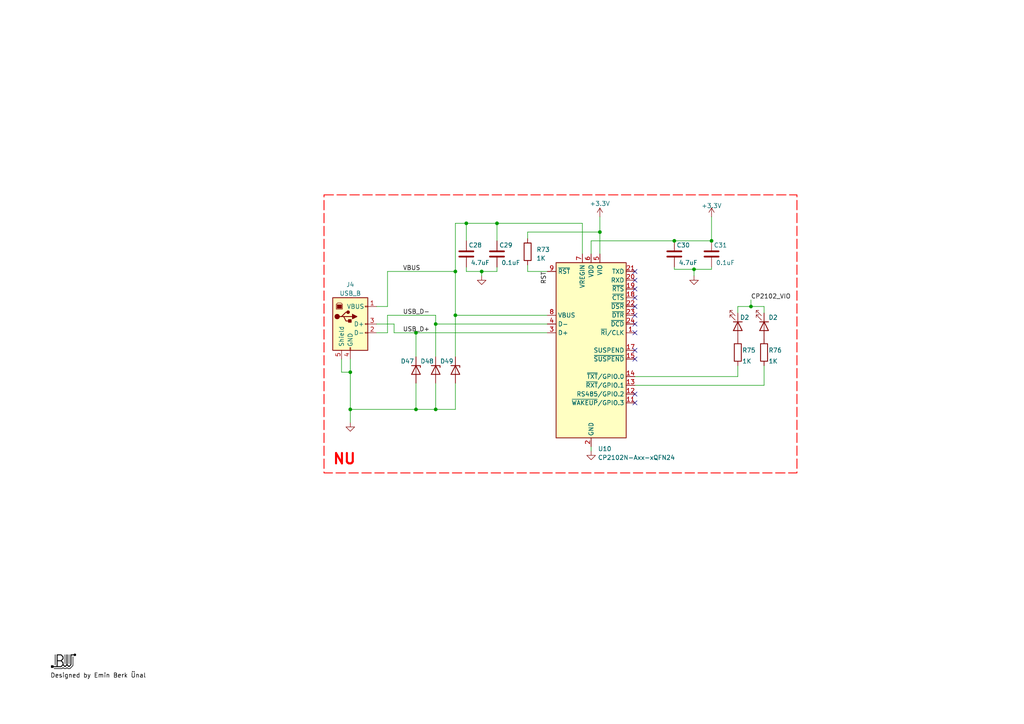
<source format=kicad_sch>
(kicad_sch (version 20230121) (generator eeschema)

  (uuid 161ac6c4-03d6-453e-b03a-bbcf8a5d4181)

  (paper "A4")

  (title_block
    (title "USB Communication")
    (date "2023-05-16")
    (rev "2")
    (company "OES Maritime Systems Eng. Ltd. Sti.")
  )

  (lib_symbols
    (symbol "Connector:USB_B" (pin_names (offset 1.016)) (in_bom yes) (on_board yes)
      (property "Reference" "J" (at -5.08 11.43 0)
        (effects (font (size 1.27 1.27)) (justify left))
      )
      (property "Value" "USB_B" (at -5.08 8.89 0)
        (effects (font (size 1.27 1.27)) (justify left))
      )
      (property "Footprint" "" (at 3.81 -1.27 0)
        (effects (font (size 1.27 1.27)) hide)
      )
      (property "Datasheet" " ~" (at 3.81 -1.27 0)
        (effects (font (size 1.27 1.27)) hide)
      )
      (property "ki_keywords" "connector USB" (at 0 0 0)
        (effects (font (size 1.27 1.27)) hide)
      )
      (property "ki_description" "USB Type B connector" (at 0 0 0)
        (effects (font (size 1.27 1.27)) hide)
      )
      (property "ki_fp_filters" "USB*" (at 0 0 0)
        (effects (font (size 1.27 1.27)) hide)
      )
      (symbol "USB_B_0_1"
        (rectangle (start -5.08 -7.62) (end 5.08 7.62)
          (stroke (width 0.254) (type default))
          (fill (type background))
        )
        (circle (center -3.81 2.159) (radius 0.635)
          (stroke (width 0.254) (type default))
          (fill (type outline))
        )
        (rectangle (start -3.81 5.588) (end -2.54 4.572)
          (stroke (width 0) (type default))
          (fill (type outline))
        )
        (circle (center -0.635 3.429) (radius 0.381)
          (stroke (width 0.254) (type default))
          (fill (type outline))
        )
        (rectangle (start -0.127 -7.62) (end 0.127 -6.858)
          (stroke (width 0) (type default))
          (fill (type none))
        )
        (polyline
          (pts
            (xy -1.905 2.159)
            (xy 0.635 2.159)
          )
          (stroke (width 0.254) (type default))
          (fill (type none))
        )
        (polyline
          (pts
            (xy -3.175 2.159)
            (xy -2.54 2.159)
            (xy -1.27 3.429)
            (xy -0.635 3.429)
          )
          (stroke (width 0.254) (type default))
          (fill (type none))
        )
        (polyline
          (pts
            (xy -2.54 2.159)
            (xy -1.905 2.159)
            (xy -1.27 0.889)
            (xy 0 0.889)
          )
          (stroke (width 0.254) (type default))
          (fill (type none))
        )
        (polyline
          (pts
            (xy 0.635 2.794)
            (xy 0.635 1.524)
            (xy 1.905 2.159)
            (xy 0.635 2.794)
          )
          (stroke (width 0.254) (type default))
          (fill (type outline))
        )
        (polyline
          (pts
            (xy -4.064 4.318)
            (xy -2.286 4.318)
            (xy -2.286 5.715)
            (xy -2.667 6.096)
            (xy -3.683 6.096)
            (xy -4.064 5.715)
            (xy -4.064 4.318)
          )
          (stroke (width 0) (type default))
          (fill (type none))
        )
        (rectangle (start 0.254 1.27) (end -0.508 0.508)
          (stroke (width 0.254) (type default))
          (fill (type outline))
        )
        (rectangle (start 5.08 -2.667) (end 4.318 -2.413)
          (stroke (width 0) (type default))
          (fill (type none))
        )
        (rectangle (start 5.08 -0.127) (end 4.318 0.127)
          (stroke (width 0) (type default))
          (fill (type none))
        )
        (rectangle (start 5.08 4.953) (end 4.318 5.207)
          (stroke (width 0) (type default))
          (fill (type none))
        )
      )
      (symbol "USB_B_1_1"
        (pin power_out line (at 7.62 5.08 180) (length 2.54)
          (name "VBUS" (effects (font (size 1.27 1.27))))
          (number "1" (effects (font (size 1.27 1.27))))
        )
        (pin bidirectional line (at 7.62 -2.54 180) (length 2.54)
          (name "D-" (effects (font (size 1.27 1.27))))
          (number "2" (effects (font (size 1.27 1.27))))
        )
        (pin bidirectional line (at 7.62 0 180) (length 2.54)
          (name "D+" (effects (font (size 1.27 1.27))))
          (number "3" (effects (font (size 1.27 1.27))))
        )
        (pin power_out line (at 0 -10.16 90) (length 2.54)
          (name "GND" (effects (font (size 1.27 1.27))))
          (number "4" (effects (font (size 1.27 1.27))))
        )
        (pin passive line (at -2.54 -10.16 90) (length 2.54)
          (name "Shield" (effects (font (size 1.27 1.27))))
          (number "5" (effects (font (size 1.27 1.27))))
        )
      )
    )
    (symbol "Device:C" (pin_numbers hide) (pin_names (offset 0.254)) (in_bom yes) (on_board yes)
      (property "Reference" "C" (at 0.635 2.54 0)
        (effects (font (size 1.27 1.27)) (justify left))
      )
      (property "Value" "C" (at 0.635 -2.54 0)
        (effects (font (size 1.27 1.27)) (justify left))
      )
      (property "Footprint" "" (at 0.9652 -3.81 0)
        (effects (font (size 1.27 1.27)) hide)
      )
      (property "Datasheet" "~" (at 0 0 0)
        (effects (font (size 1.27 1.27)) hide)
      )
      (property "ki_keywords" "cap capacitor" (at 0 0 0)
        (effects (font (size 1.27 1.27)) hide)
      )
      (property "ki_description" "Unpolarized capacitor" (at 0 0 0)
        (effects (font (size 1.27 1.27)) hide)
      )
      (property "ki_fp_filters" "C_*" (at 0 0 0)
        (effects (font (size 1.27 1.27)) hide)
      )
      (symbol "C_0_1"
        (polyline
          (pts
            (xy -2.032 -0.762)
            (xy 2.032 -0.762)
          )
          (stroke (width 0.508) (type default))
          (fill (type none))
        )
        (polyline
          (pts
            (xy -2.032 0.762)
            (xy 2.032 0.762)
          )
          (stroke (width 0.508) (type default))
          (fill (type none))
        )
      )
      (symbol "C_1_1"
        (pin passive line (at 0 3.81 270) (length 2.794)
          (name "~" (effects (font (size 1.27 1.27))))
          (number "1" (effects (font (size 1.27 1.27))))
        )
        (pin passive line (at 0 -3.81 90) (length 2.794)
          (name "~" (effects (font (size 1.27 1.27))))
          (number "2" (effects (font (size 1.27 1.27))))
        )
      )
    )
    (symbol "Device:R" (pin_numbers hide) (pin_names (offset 0)) (in_bom yes) (on_board yes)
      (property "Reference" "R" (at 2.032 0 90)
        (effects (font (size 1.27 1.27)))
      )
      (property "Value" "R" (at 0 0 90)
        (effects (font (size 1.27 1.27)))
      )
      (property "Footprint" "" (at -1.778 0 90)
        (effects (font (size 1.27 1.27)) hide)
      )
      (property "Datasheet" "~" (at 0 0 0)
        (effects (font (size 1.27 1.27)) hide)
      )
      (property "ki_keywords" "R res resistor" (at 0 0 0)
        (effects (font (size 1.27 1.27)) hide)
      )
      (property "ki_description" "Resistor" (at 0 0 0)
        (effects (font (size 1.27 1.27)) hide)
      )
      (property "ki_fp_filters" "R_*" (at 0 0 0)
        (effects (font (size 1.27 1.27)) hide)
      )
      (symbol "R_0_1"
        (rectangle (start -1.016 -2.54) (end 1.016 2.54)
          (stroke (width 0.254) (type default))
          (fill (type none))
        )
      )
      (symbol "R_1_1"
        (pin passive line (at 0 3.81 270) (length 1.27)
          (name "~" (effects (font (size 1.27 1.27))))
          (number "1" (effects (font (size 1.27 1.27))))
        )
        (pin passive line (at 0 -3.81 90) (length 1.27)
          (name "~" (effects (font (size 1.27 1.27))))
          (number "2" (effects (font (size 1.27 1.27))))
        )
      )
    )
    (symbol "Diode:ESD5Zxx" (pin_numbers hide) (pin_names hide) (in_bom yes) (on_board yes)
      (property "Reference" "D" (at 0 2.54 0)
        (effects (font (size 1.27 1.27)))
      )
      (property "Value" "ESD5Zxx" (at 0 -2.54 0)
        (effects (font (size 1.27 1.27)))
      )
      (property "Footprint" "Diode_SMD:D_SOD-523" (at 0 -4.445 0)
        (effects (font (size 1.27 1.27)) hide)
      )
      (property "Datasheet" "https://www.onsemi.com/pdf/datasheet/esd5z2.5t1-d.pdf" (at 0 0 0)
        (effects (font (size 1.27 1.27)) hide)
      )
      (property "ki_keywords" "esd tvs unidirectional diode" (at 0 0 0)
        (effects (font (size 1.27 1.27)) hide)
      )
      (property "ki_description" "ESD Protection Diode, SOD-523" (at 0 0 0)
        (effects (font (size 1.27 1.27)) hide)
      )
      (property "ki_fp_filters" "D?SOD?523*" (at 0 0 0)
        (effects (font (size 1.27 1.27)) hide)
      )
      (symbol "ESD5Zxx_0_1"
        (polyline
          (pts
            (xy 1.27 0)
            (xy -1.27 0)
          )
          (stroke (width 0) (type default))
          (fill (type none))
        )
        (polyline
          (pts
            (xy -1.27 -1.27)
            (xy -1.27 1.27)
            (xy -0.762 1.27)
          )
          (stroke (width 0.254) (type default))
          (fill (type none))
        )
        (polyline
          (pts
            (xy 1.27 -1.27)
            (xy 1.27 1.27)
            (xy -1.27 0)
            (xy 1.27 -1.27)
          )
          (stroke (width 0.254) (type default))
          (fill (type none))
        )
      )
      (symbol "ESD5Zxx_1_1"
        (pin passive line (at -3.81 0 0) (length 2.54)
          (name "K" (effects (font (size 1.27 1.27))))
          (number "1" (effects (font (size 1.27 1.27))))
        )
        (pin passive line (at 3.81 0 180) (length 2.54)
          (name "A" (effects (font (size 1.27 1.27))))
          (number "2" (effects (font (size 1.27 1.27))))
        )
      )
    )
    (symbol "Interface_USB:CP2102N-Axx-xQFN24" (in_bom yes) (on_board yes)
      (property "Reference" "U" (at -8.89 26.67 0)
        (effects (font (size 1.27 1.27)))
      )
      (property "Value" "CP2102N-Axx-xQFN24" (at 13.97 26.67 0)
        (effects (font (size 1.27 1.27)))
      )
      (property "Footprint" "Package_DFN_QFN:QFN-24-1EP_4x4mm_P0.5mm_EP2.6x2.6mm" (at 31.75 -26.67 0)
        (effects (font (size 1.27 1.27)) hide)
      )
      (property "Datasheet" "https://www.silabs.com/documents/public/data-sheets/cp2102n-datasheet.pdf" (at 1.27 -19.05 0)
        (effects (font (size 1.27 1.27)) hide)
      )
      (property "ki_keywords" "USB UART bridge" (at 0 0 0)
        (effects (font (size 1.27 1.27)) hide)
      )
      (property "ki_description" "USB to UART master bridge, QFN-24" (at 0 0 0)
        (effects (font (size 1.27 1.27)) hide)
      )
      (property "ki_fp_filters" "QFN*4x4mm*P0.5mm*" (at 0 0 0)
        (effects (font (size 1.27 1.27)) hide)
      )
      (symbol "CP2102N-Axx-xQFN24_0_1"
        (rectangle (start -10.16 25.4) (end 10.16 -25.4)
          (stroke (width 0.254) (type default))
          (fill (type background))
        )
      )
      (symbol "CP2102N-Axx-xQFN24_1_1"
        (pin bidirectional line (at 12.7 5.08 180) (length 2.54)
          (name "~{RI}/CLK" (effects (font (size 1.27 1.27))))
          (number "1" (effects (font (size 1.27 1.27))))
        )
        (pin no_connect line (at -10.16 -22.86 0) (length 2.54) hide
          (name "NC" (effects (font (size 1.27 1.27))))
          (number "10" (effects (font (size 1.27 1.27))))
        )
        (pin bidirectional line (at 12.7 -15.24 180) (length 2.54)
          (name "~{WAKEUP}/GPIO.3" (effects (font (size 1.27 1.27))))
          (number "11" (effects (font (size 1.27 1.27))))
        )
        (pin bidirectional line (at 12.7 -12.7 180) (length 2.54)
          (name "RS485/GPIO.2" (effects (font (size 1.27 1.27))))
          (number "12" (effects (font (size 1.27 1.27))))
        )
        (pin bidirectional line (at 12.7 -10.16 180) (length 2.54)
          (name "~{RXT}/GPIO.1" (effects (font (size 1.27 1.27))))
          (number "13" (effects (font (size 1.27 1.27))))
        )
        (pin bidirectional line (at 12.7 -7.62 180) (length 2.54)
          (name "~{TXT}/GPIO.0" (effects (font (size 1.27 1.27))))
          (number "14" (effects (font (size 1.27 1.27))))
        )
        (pin output line (at 12.7 -2.54 180) (length 2.54)
          (name "~{SUSPEND}" (effects (font (size 1.27 1.27))))
          (number "15" (effects (font (size 1.27 1.27))))
        )
        (pin no_connect line (at 10.16 -22.86 180) (length 2.54) hide
          (name "NC" (effects (font (size 1.27 1.27))))
          (number "16" (effects (font (size 1.27 1.27))))
        )
        (pin output line (at 12.7 0 180) (length 2.54)
          (name "SUSPEND" (effects (font (size 1.27 1.27))))
          (number "17" (effects (font (size 1.27 1.27))))
        )
        (pin input line (at 12.7 15.24 180) (length 2.54)
          (name "~{CTS}" (effects (font (size 1.27 1.27))))
          (number "18" (effects (font (size 1.27 1.27))))
        )
        (pin output line (at 12.7 17.78 180) (length 2.54)
          (name "~{RTS}" (effects (font (size 1.27 1.27))))
          (number "19" (effects (font (size 1.27 1.27))))
        )
        (pin power_in line (at 0 -27.94 90) (length 2.54)
          (name "GND" (effects (font (size 1.27 1.27))))
          (number "2" (effects (font (size 1.27 1.27))))
        )
        (pin input line (at 12.7 20.32 180) (length 2.54)
          (name "RXD" (effects (font (size 1.27 1.27))))
          (number "20" (effects (font (size 1.27 1.27))))
        )
        (pin output line (at 12.7 22.86 180) (length 2.54)
          (name "TXD" (effects (font (size 1.27 1.27))))
          (number "21" (effects (font (size 1.27 1.27))))
        )
        (pin input line (at 12.7 12.7 180) (length 2.54)
          (name "~{DSR}" (effects (font (size 1.27 1.27))))
          (number "22" (effects (font (size 1.27 1.27))))
        )
        (pin output line (at 12.7 10.16 180) (length 2.54)
          (name "~{DTR}" (effects (font (size 1.27 1.27))))
          (number "23" (effects (font (size 1.27 1.27))))
        )
        (pin input line (at 12.7 7.62 180) (length 2.54)
          (name "~{DCD}" (effects (font (size 1.27 1.27))))
          (number "24" (effects (font (size 1.27 1.27))))
        )
        (pin passive line (at 0 -27.94 90) (length 2.54) hide
          (name "GND" (effects (font (size 1.27 1.27))))
          (number "25" (effects (font (size 1.27 1.27))))
        )
        (pin bidirectional line (at -12.7 5.08 0) (length 2.54)
          (name "D+" (effects (font (size 1.27 1.27))))
          (number "3" (effects (font (size 1.27 1.27))))
        )
        (pin bidirectional line (at -12.7 7.62 0) (length 2.54)
          (name "D-" (effects (font (size 1.27 1.27))))
          (number "4" (effects (font (size 1.27 1.27))))
        )
        (pin power_in line (at 2.54 27.94 270) (length 2.54)
          (name "VIO" (effects (font (size 1.27 1.27))))
          (number "5" (effects (font (size 1.27 1.27))))
        )
        (pin power_in line (at 0 27.94 270) (length 2.54)
          (name "VDD" (effects (font (size 1.27 1.27))))
          (number "6" (effects (font (size 1.27 1.27))))
        )
        (pin power_in line (at -2.54 27.94 270) (length 2.54)
          (name "VREGIN" (effects (font (size 1.27 1.27))))
          (number "7" (effects (font (size 1.27 1.27))))
        )
        (pin input line (at -12.7 10.16 0) (length 2.54)
          (name "VBUS" (effects (font (size 1.27 1.27))))
          (number "8" (effects (font (size 1.27 1.27))))
        )
        (pin input line (at -12.7 22.86 0) (length 2.54)
          (name "~{RST}" (effects (font (size 1.27 1.27))))
          (number "9" (effects (font (size 1.27 1.27))))
        )
      )
    )
    (symbol "LED:IR26-21C_L110_TR8" (pin_numbers hide) (pin_names (offset 1.016) hide) (in_bom yes) (on_board yes)
      (property "Reference" "D" (at 0 2.54 0)
        (effects (font (size 1.27 1.27)))
      )
      (property "Value" "IR26-21C_L110_TR8" (at 0 -3.81 0)
        (effects (font (size 1.27 1.27)))
      )
      (property "Footprint" "LED_SMD:LED_1206_3216Metric" (at 0 5.08 0)
        (effects (font (size 1.27 1.27)) hide)
      )
      (property "Datasheet" "http://www.everlight.com/file/ProductFile/IR26-21C-L110-TR8.pdf" (at 0 0 0)
        (effects (font (size 1.27 1.27)) hide)
      )
      (property "ki_keywords" "IR LED" (at 0 0 0)
        (effects (font (size 1.27 1.27)) hide)
      )
      (property "ki_description" "940nm, 20 deg, Infrared LED, 1206" (at 0 0 0)
        (effects (font (size 1.27 1.27)) hide)
      )
      (property "ki_fp_filters" "LED*1206*3216Metric*" (at 0 0 0)
        (effects (font (size 1.27 1.27)) hide)
      )
      (symbol "IR26-21C_L110_TR8_0_1"
        (polyline
          (pts
            (xy -1.27 -1.27)
            (xy -1.27 1.27)
          )
          (stroke (width 0.254) (type default))
          (fill (type none))
        )
        (polyline
          (pts
            (xy -1.27 0)
            (xy 1.27 0)
          )
          (stroke (width 0) (type default))
          (fill (type none))
        )
        (polyline
          (pts
            (xy 1.27 -1.27)
            (xy 1.27 1.27)
            (xy -1.27 0)
            (xy 1.27 -1.27)
          )
          (stroke (width 0.254) (type default))
          (fill (type none))
        )
        (polyline
          (pts
            (xy -3.048 -0.762)
            (xy -4.572 -2.286)
            (xy -3.81 -2.286)
            (xy -4.572 -2.286)
            (xy -4.572 -1.524)
          )
          (stroke (width 0) (type default))
          (fill (type none))
        )
        (polyline
          (pts
            (xy -1.778 -0.762)
            (xy -3.302 -2.286)
            (xy -2.54 -2.286)
            (xy -3.302 -2.286)
            (xy -3.302 -1.524)
          )
          (stroke (width 0) (type default))
          (fill (type none))
        )
      )
      (symbol "IR26-21C_L110_TR8_1_1"
        (pin passive line (at -3.81 0 0) (length 2.54)
          (name "K" (effects (font (size 1.27 1.27))))
          (number "1" (effects (font (size 1.27 1.27))))
        )
        (pin passive line (at 3.81 0 180) (length 2.54)
          (name "A" (effects (font (size 1.27 1.27))))
          (number "2" (effects (font (size 1.27 1.27))))
        )
      )
    )
    (symbol "power:+3.3V" (power) (pin_names (offset 0)) (in_bom yes) (on_board yes)
      (property "Reference" "#PWR" (at 0 -3.81 0)
        (effects (font (size 1.27 1.27)) hide)
      )
      (property "Value" "+3.3V" (at 0 3.556 0)
        (effects (font (size 1.27 1.27)))
      )
      (property "Footprint" "" (at 0 0 0)
        (effects (font (size 1.27 1.27)) hide)
      )
      (property "Datasheet" "" (at 0 0 0)
        (effects (font (size 1.27 1.27)) hide)
      )
      (property "ki_keywords" "global power" (at 0 0 0)
        (effects (font (size 1.27 1.27)) hide)
      )
      (property "ki_description" "Power symbol creates a global label with name \"+3.3V\"" (at 0 0 0)
        (effects (font (size 1.27 1.27)) hide)
      )
      (symbol "+3.3V_0_1"
        (polyline
          (pts
            (xy -0.762 1.27)
            (xy 0 2.54)
          )
          (stroke (width 0) (type default))
          (fill (type none))
        )
        (polyline
          (pts
            (xy 0 0)
            (xy 0 2.54)
          )
          (stroke (width 0) (type default))
          (fill (type none))
        )
        (polyline
          (pts
            (xy 0 2.54)
            (xy 0.762 1.27)
          )
          (stroke (width 0) (type default))
          (fill (type none))
        )
      )
      (symbol "+3.3V_1_1"
        (pin power_in line (at 0 0 90) (length 0) hide
          (name "+3.3V" (effects (font (size 1.27 1.27))))
          (number "1" (effects (font (size 1.27 1.27))))
        )
      )
    )
    (symbol "power:GND" (power) (pin_names (offset 0)) (in_bom yes) (on_board yes)
      (property "Reference" "#PWR" (at 0 -6.35 0)
        (effects (font (size 1.27 1.27)) hide)
      )
      (property "Value" "GND" (at 0 -3.81 0)
        (effects (font (size 1.27 1.27)))
      )
      (property "Footprint" "" (at 0 0 0)
        (effects (font (size 1.27 1.27)) hide)
      )
      (property "Datasheet" "" (at 0 0 0)
        (effects (font (size 1.27 1.27)) hide)
      )
      (property "ki_keywords" "global power" (at 0 0 0)
        (effects (font (size 1.27 1.27)) hide)
      )
      (property "ki_description" "Power symbol creates a global label with name \"GND\" , ground" (at 0 0 0)
        (effects (font (size 1.27 1.27)) hide)
      )
      (symbol "GND_0_1"
        (polyline
          (pts
            (xy 0 0)
            (xy 0 -1.27)
            (xy 1.27 -1.27)
            (xy 0 -2.54)
            (xy -1.27 -1.27)
            (xy 0 -1.27)
          )
          (stroke (width 0) (type default))
          (fill (type none))
        )
      )
      (symbol "GND_1_1"
        (pin power_in line (at 0 0 270) (length 0) hide
          (name "GND" (effects (font (size 1.27 1.27))))
          (number "1" (effects (font (size 1.27 1.27))))
        )
      )
    )
  )

  (junction (at 195.58 69.85) (diameter 0) (color 0 0 0 0)
    (uuid 027baf19-a4e0-47d9-81c6-e3fe44bbcbc0)
  )
  (junction (at 120.65 118.745) (diameter 0) (color 0 0 0 0)
    (uuid 02f21c8a-1bef-4506-88e0-b39f9cb1641c)
  )
  (junction (at 206.375 69.85) (diameter 0) (color 0 0 0 0)
    (uuid 2cc2a138-3359-45fc-873f-4dbf6c54154a)
  )
  (junction (at 132.08 78.74) (diameter 0) (color 0 0 0 0)
    (uuid 47fd20b0-b8f7-4593-930c-fc319da3d21b)
  )
  (junction (at 101.6 107.95) (diameter 0) (color 0 0 0 0)
    (uuid 52eff5c6-77ea-4d53-b23e-f410b1a8ce44)
  )
  (junction (at 126.365 118.745) (diameter 0) (color 0 0 0 0)
    (uuid 5ea36b2d-341d-4c46-91e3-d09b702dd81a)
  )
  (junction (at 173.99 67.31) (diameter 0) (color 0 0 0 0)
    (uuid 60abb0e1-4c8c-4254-8ec9-09db7f3c9494)
  )
  (junction (at 132.08 91.44) (diameter 0) (color 0 0 0 0)
    (uuid 76a9fad6-5388-4d20-99af-a689a289652d)
  )
  (junction (at 201.295 78.105) (diameter 0) (color 0 0 0 0)
    (uuid 7df8f341-d6b6-43eb-b0b3-53ed61fba32a)
  )
  (junction (at 135.255 64.77) (diameter 0) (color 0 0 0 0)
    (uuid 868312c1-2eb7-4737-9bb5-6ceb135b3004)
  )
  (junction (at 139.7 78.74) (diameter 0) (color 0 0 0 0)
    (uuid 86dd5477-4318-4f9e-b004-10aef44a9071)
  )
  (junction (at 217.805 88.9) (diameter 0) (color 0 0 0 0)
    (uuid 8efded96-ef83-4c9d-86ee-9dc3b100c4f2)
  )
  (junction (at 101.6 118.745) (diameter 0) (color 0 0 0 0)
    (uuid 9d3299e5-bd38-4ecb-a807-e54e5d2f54ef)
  )
  (junction (at 126.365 93.98) (diameter 0) (color 0 0 0 0)
    (uuid b3073144-8c91-4274-a516-7555d0efe3cc)
  )
  (junction (at 120.65 96.52) (diameter 0) (color 0 0 0 0)
    (uuid c537026a-e959-4931-bb60-cd8f2b8c6a7a)
  )
  (junction (at 144.145 64.77) (diameter 0) (color 0 0 0 0)
    (uuid efab9217-6d36-4dd8-b87f-c0b5bd2a7a55)
  )

  (no_connect (at 184.15 116.84) (uuid 06b12fcc-6f94-463a-9ecb-492207976260))
  (no_connect (at 184.15 91.44) (uuid 1d992b03-0a9f-4479-a730-dbdd4f04599a))
  (no_connect (at 184.15 101.6) (uuid 44c306d6-3719-49bf-9e1d-edb606998164))
  (no_connect (at 184.15 93.98) (uuid 76a12d53-090c-4034-ba73-f939632a424f))
  (no_connect (at 184.15 81.28) (uuid 861fbced-949e-4a91-a4e0-f944bc1cc82d))
  (no_connect (at 184.15 96.52) (uuid 8afc7842-c7cd-4087-9737-4dc384c0889f))
  (no_connect (at 184.15 104.14) (uuid 93af60c2-7dfb-4b6b-9f00-dbc815f68911))
  (no_connect (at 184.15 114.3) (uuid 95b0d604-104d-4386-aa7c-bdaf30de4f29))
  (no_connect (at 184.15 78.74) (uuid c8648944-317d-4c10-b171-5c7235ce8c22))
  (no_connect (at 184.15 86.36) (uuid d940f401-e754-481e-b4dc-c0c4a70f3d8d))
  (no_connect (at 184.15 88.9) (uuid ef827eb2-370f-4410-baba-08c9ff0bcc3b))
  (no_connect (at 184.15 83.82) (uuid faf5f72f-24d1-4a0a-9589-f7c1649351e9))

  (wire (pts (xy 158.75 78.74) (xy 153.035 78.74))
    (stroke (width 0) (type default))
    (uuid 00f8bd47-3244-4340-8c2f-dcd64a1eaa68)
  )
  (wire (pts (xy 99.06 104.14) (xy 99.06 107.95))
    (stroke (width 0) (type default))
    (uuid 067a0304-934a-453c-980b-27e5269327c3)
  )
  (wire (pts (xy 101.6 118.745) (xy 101.6 122.555))
    (stroke (width 0) (type default))
    (uuid 068a6d2e-72b0-47da-9244-a446e826ebf5)
  )
  (wire (pts (xy 144.145 64.77) (xy 144.145 69.85))
    (stroke (width 0) (type default))
    (uuid 07fa6599-07f3-4627-b524-78af1f21ad6a)
  )
  (wire (pts (xy 221.615 90.805) (xy 221.615 88.9))
    (stroke (width 0) (type default))
    (uuid 08eb5ea1-6896-40ca-8e95-0fa3f97a1ac5)
  )
  (wire (pts (xy 126.365 93.98) (xy 158.75 93.98))
    (stroke (width 0) (type default))
    (uuid 0b0d687d-a88e-4e85-a6df-005f257d4cb9)
  )
  (wire (pts (xy 213.995 106.045) (xy 213.995 109.22))
    (stroke (width 0) (type default))
    (uuid 0cbd118f-c9ea-4a9b-9cd4-6e94c5d4dfae)
  )
  (wire (pts (xy 132.08 118.745) (xy 126.365 118.745))
    (stroke (width 0) (type default))
    (uuid 15947d3f-188c-4ea9-940a-257ffbeb2ea1)
  )
  (wire (pts (xy 153.035 69.215) (xy 153.035 67.31))
    (stroke (width 0) (type default))
    (uuid 15dfbc82-0f8a-488d-bae5-d2ea0d4d1256)
  )
  (wire (pts (xy 120.65 111.125) (xy 120.65 118.745))
    (stroke (width 0) (type default))
    (uuid 1f89029f-14dc-452c-ae82-52ffba17f735)
  )
  (wire (pts (xy 206.375 78.105) (xy 206.375 77.47))
    (stroke (width 0) (type default))
    (uuid 1f8e4251-c7a8-4d0c-aa58-cb90828b14ee)
  )
  (wire (pts (xy 112.395 91.44) (xy 126.365 91.44))
    (stroke (width 0) (type default))
    (uuid 257ed2e6-78ae-48ae-9b55-a10be47bcede)
  )
  (wire (pts (xy 132.08 78.74) (xy 132.08 91.44))
    (stroke (width 0) (type default))
    (uuid 2d6452eb-2272-4923-9dc2-1fa874e0cd46)
  )
  (wire (pts (xy 173.99 67.31) (xy 173.99 73.66))
    (stroke (width 0) (type default))
    (uuid 3196bf82-a2b8-4011-8b5a-d19201f1aed3)
  )
  (wire (pts (xy 112.395 88.9) (xy 112.395 78.74))
    (stroke (width 0) (type default))
    (uuid 38135c02-ac65-49b8-9175-c6bce3863198)
  )
  (wire (pts (xy 144.145 77.47) (xy 144.145 78.74))
    (stroke (width 0) (type default))
    (uuid 451aea2e-3ead-47dd-95dc-5597f5e7f682)
  )
  (wire (pts (xy 135.255 78.74) (xy 139.7 78.74))
    (stroke (width 0) (type default))
    (uuid 48017713-2517-454c-b509-e02923ead65e)
  )
  (wire (pts (xy 135.255 64.77) (xy 135.255 69.85))
    (stroke (width 0) (type default))
    (uuid 4838141a-a758-4f92-a726-83c2aa861a76)
  )
  (wire (pts (xy 171.45 73.66) (xy 171.45 69.85))
    (stroke (width 0) (type default))
    (uuid 4aa04896-e01d-4da4-913c-bc444e1edf6c)
  )
  (wire (pts (xy 153.035 78.74) (xy 153.035 76.835))
    (stroke (width 0) (type default))
    (uuid 4e91b03a-3830-458d-bb70-fa01e868a94b)
  )
  (wire (pts (xy 114.3 96.52) (xy 120.65 96.52))
    (stroke (width 0) (type default))
    (uuid 50133373-bbe4-464a-92c4-d1566f61feaa)
  )
  (wire (pts (xy 126.365 91.44) (xy 126.365 93.98))
    (stroke (width 0) (type default))
    (uuid 520b0ffc-f53e-4f94-9b50-45dacb925610)
  )
  (wire (pts (xy 101.6 107.95) (xy 101.6 118.745))
    (stroke (width 0) (type default))
    (uuid 56c0f264-0707-44d6-a653-f111bf2f3c86)
  )
  (wire (pts (xy 195.58 69.85) (xy 206.375 69.85))
    (stroke (width 0) (type default))
    (uuid 5becdcb6-ad70-44f7-ab24-4fb34eeb141f)
  )
  (wire (pts (xy 139.7 78.74) (xy 139.7 80.01))
    (stroke (width 0) (type default))
    (uuid 65c4729a-8810-4ec3-be40-9526b7b0324c)
  )
  (wire (pts (xy 120.65 96.52) (xy 158.75 96.52))
    (stroke (width 0) (type default))
    (uuid 6993ecba-1575-458d-ad14-8f227f6d9504)
  )
  (wire (pts (xy 126.365 111.125) (xy 126.365 118.745))
    (stroke (width 0) (type default))
    (uuid 6b01309c-6c47-4840-b7e4-3b532352f3dc)
  )
  (wire (pts (xy 132.08 64.77) (xy 132.08 78.74))
    (stroke (width 0) (type default))
    (uuid 6e4bc024-9e4f-439c-8ace-ac87f5d51e67)
  )
  (wire (pts (xy 112.395 96.52) (xy 112.395 91.44))
    (stroke (width 0) (type default))
    (uuid 83ef4537-a3cf-4de1-8b0e-35e4750b5c2c)
  )
  (wire (pts (xy 120.65 96.52) (xy 120.65 103.505))
    (stroke (width 0) (type default))
    (uuid 84b059a6-de32-48e9-8efa-18f6321a1574)
  )
  (wire (pts (xy 213.995 88.9) (xy 217.805 88.9))
    (stroke (width 0) (type default))
    (uuid 85b59198-3956-4285-bb0d-9083979e4c8e)
  )
  (wire (pts (xy 206.375 62.865) (xy 206.375 69.85))
    (stroke (width 0) (type default))
    (uuid 86ccb7c9-2b85-4a3d-a070-4a3372bd2a11)
  )
  (wire (pts (xy 195.58 78.105) (xy 201.295 78.105))
    (stroke (width 0) (type default))
    (uuid 8869b9db-da21-4e74-a6b3-684233012293)
  )
  (wire (pts (xy 171.45 69.85) (xy 195.58 69.85))
    (stroke (width 0) (type default))
    (uuid 8925c0e4-9606-4514-8d8e-9fb9a92dd0d9)
  )
  (wire (pts (xy 132.08 91.44) (xy 132.08 103.505))
    (stroke (width 0) (type default))
    (uuid 8ae66e0d-e458-4661-b556-dc60c259130b)
  )
  (wire (pts (xy 109.22 88.9) (xy 112.395 88.9))
    (stroke (width 0) (type default))
    (uuid 930da0b0-b7e7-44a9-a86e-2fb44d35f4ef)
  )
  (wire (pts (xy 213.995 109.22) (xy 184.15 109.22))
    (stroke (width 0) (type default))
    (uuid 94ed3d72-7ab9-4a8a-806a-d4a451399709)
  )
  (wire (pts (xy 168.91 73.66) (xy 168.91 64.77))
    (stroke (width 0) (type default))
    (uuid 958cd4f9-47f3-42f5-b379-4b057b768979)
  )
  (wire (pts (xy 153.035 67.31) (xy 173.99 67.31))
    (stroke (width 0) (type default))
    (uuid 98fc3d46-b5f6-4509-ba7f-45a72255ffae)
  )
  (wire (pts (xy 109.22 93.98) (xy 114.3 93.98))
    (stroke (width 0) (type default))
    (uuid 9998f3fd-fd23-43a2-8dff-82f735cba193)
  )
  (wire (pts (xy 101.6 118.745) (xy 120.65 118.745))
    (stroke (width 0) (type default))
    (uuid 9bb88570-eaaf-4c8e-9df5-49558f6a26ce)
  )
  (wire (pts (xy 184.15 111.76) (xy 221.615 111.76))
    (stroke (width 0) (type default))
    (uuid a0004e7d-726d-4850-bba0-3b68511deeb9)
  )
  (wire (pts (xy 112.395 78.74) (xy 132.08 78.74))
    (stroke (width 0) (type default))
    (uuid a7b7169f-2385-4310-b348-50118bfc1b3b)
  )
  (wire (pts (xy 135.255 64.77) (xy 132.08 64.77))
    (stroke (width 0) (type default))
    (uuid a9a1c4bd-0f3c-4597-b458-7c7829f84175)
  )
  (wire (pts (xy 132.08 91.44) (xy 158.75 91.44))
    (stroke (width 0) (type default))
    (uuid b0b33972-6c9c-468b-82b5-ae1d81682dec)
  )
  (wire (pts (xy 217.805 88.9) (xy 217.805 86.995))
    (stroke (width 0) (type default))
    (uuid b22bec5b-dfb8-43c0-9bf6-ad82d381a9a2)
  )
  (wire (pts (xy 101.6 104.14) (xy 101.6 107.95))
    (stroke (width 0) (type default))
    (uuid b91a5a13-37cf-4267-bfd0-d28283882af7)
  )
  (wire (pts (xy 114.3 93.98) (xy 114.3 96.52))
    (stroke (width 0) (type default))
    (uuid c8871050-5c14-4e85-9645-7a622912b93d)
  )
  (wire (pts (xy 132.08 111.125) (xy 132.08 118.745))
    (stroke (width 0) (type default))
    (uuid ce12f633-da28-4a58-a4f4-06583bd44c56)
  )
  (wire (pts (xy 99.06 107.95) (xy 101.6 107.95))
    (stroke (width 0) (type default))
    (uuid d3f1cb98-5bcc-4a54-abd5-d0088a08d088)
  )
  (wire (pts (xy 135.255 77.47) (xy 135.255 78.74))
    (stroke (width 0) (type default))
    (uuid d5723a17-882f-462c-9cbb-86708ef4f1fa)
  )
  (wire (pts (xy 206.375 78.105) (xy 201.295 78.105))
    (stroke (width 0) (type default))
    (uuid d9729d2a-a06c-4a1c-8987-d1959322284f)
  )
  (wire (pts (xy 144.145 78.74) (xy 139.7 78.74))
    (stroke (width 0) (type default))
    (uuid dc2ab330-0ee8-4335-8fc7-f6d061397db3)
  )
  (wire (pts (xy 201.295 78.105) (xy 201.295 80.01))
    (stroke (width 0) (type default))
    (uuid dfaeb773-347a-42c9-b8d2-fc08802123ce)
  )
  (wire (pts (xy 126.365 93.98) (xy 126.365 103.505))
    (stroke (width 0) (type default))
    (uuid e306113a-e86e-4a6d-a023-54da7e92a558)
  )
  (wire (pts (xy 171.45 129.54) (xy 171.45 130.81))
    (stroke (width 0) (type default))
    (uuid e3929ac3-cca7-4b70-b1f9-a12dc2662f82)
  )
  (wire (pts (xy 144.145 64.77) (xy 135.255 64.77))
    (stroke (width 0) (type default))
    (uuid e5a30fb8-58dc-460f-9d60-0450ece9cf88)
  )
  (wire (pts (xy 221.615 111.76) (xy 221.615 106.045))
    (stroke (width 0) (type default))
    (uuid e630e98f-1ba2-4dfe-9ad0-ae667302c10e)
  )
  (wire (pts (xy 168.91 64.77) (xy 144.145 64.77))
    (stroke (width 0) (type default))
    (uuid e8c2a3af-e84e-4e12-aa66-eec3d7b4b5f9)
  )
  (wire (pts (xy 120.65 118.745) (xy 126.365 118.745))
    (stroke (width 0) (type default))
    (uuid efdaa8cc-ea93-4c62-86d1-3e3b51dbaa23)
  )
  (wire (pts (xy 173.99 62.865) (xy 173.99 67.31))
    (stroke (width 0) (type default))
    (uuid f340b596-2edc-462b-8878-7d375d92fc7f)
  )
  (wire (pts (xy 109.22 96.52) (xy 112.395 96.52))
    (stroke (width 0) (type default))
    (uuid f34ef5d3-9faf-4764-8fea-a0e6e35914c3)
  )
  (wire (pts (xy 221.615 88.9) (xy 217.805 88.9))
    (stroke (width 0) (type default))
    (uuid f64c382c-1310-4017-b652-68a6eb3bc757)
  )
  (wire (pts (xy 195.58 78.105) (xy 195.58 77.47))
    (stroke (width 0) (type default))
    (uuid fa9bf13d-c4d3-4e3c-a73a-88181b9e7a49)
  )
  (wire (pts (xy 213.995 90.805) (xy 213.995 88.9))
    (stroke (width 0) (type default))
    (uuid fdd1fff4-4239-4fee-b5f3-93a0c826f045)
  )

  (image (at 18.415 191.77) (scale 0.232765)
    (uuid 8a26bd30-49b9-44e9-adc9-36d7251ffc2b)
    (data
      iVBORw0KGgoAAAANSUhEUgAAAkUAAAJFCAYAAADTfoPBAAAABHNCSVQICAgIfAhkiAAAAAlwSFlz
      AAASXAAAElwBaMQ2iQAADLBJREFUeJzt3dty48YOQFHMKf//L/s8TFTlKKLFppokgF7rNYlNyG1i
      h75FAAAAAAAAAAAAAAAAAAAAAAAAAAAAAAAAAAAAAAAAAAAAAAAAAAAAAAAAAAAAAAAAAAAAAAAA
      AAAAAAAAAAAAAAAAAAAAAAAAAAAAAAAAAAAAAAAAAAAAAAAAAAAAAAAAAAAAAAAAAAAAAAAAAAAA
      AAAAAAAAAAAAAAAAAAAAAAAAAAAAAAAAAAAAAAAAAAAAAAAAAAAAAAAAAAAAAAAAAAAAAAAAAAAA
      AAAAAAAAAAAAAAAAAAAAAAAAAAAAAAAAAAAAAAAAAAAAAAAAAAAAAAAAAAAAAAAAAAAAAAAAAAAA
      AAAAAAAAAAAAAAAAAAAAAAAAAAAAAAAAAAAAAAAAAAAAAAAAAAAAAAAAAAAAAAAAAAAAAAAAAAAA
      AAAAAAAAAAAAAAAAAAAAAAAAAAAAAAAAAAAAAAAAAAAAAAAAAAAAAAAAAAAAAAAAAAAAAAAAAAAA
      AAAAAAAAAAAAAAAAAAAAAAAAAAAAAAAAAAAAAAAAAAAAAAAAAAAAAAAAAAAAAAAAAAAAAAAAAAAA
      AAAAAAAAAPDCn7svAACS+B789+3QZnxAAVjdaAw9s0ub8IEEYFWfxtAzO7U4H0AAVjQ7iB7s1cJ8
      8ABYyVkx9Mx+LcgHDYBVXBVED3ZsMf+7+wIAADJQsQCs4OqnRA/2bCE+WAB0d1cQPdi1RfjyGQBA
      qFcAerv7KdGDfVvA190XAElkuXHewc16jq0z1O31Xflzhea6fbLCEW7yf7kfHPfuDHV5bX2ufKbL
      OWjLB4isXt18zzivbvL/1umekO0MnfXaZpuTbZ0+v1ryjdZktHXznX1TdpP/ry6vScYzdMZrm3FO
      KEsUkc27m++sm7Ob/Lbqr81VZ+huPldgMlEEvGIRvnfkNfK6QmKiCNhigQNLEUXAb4QRsAxRBLwj
      jIAliCJgD2EEtCeKgL2EEdCaKAJGCCOgLVEEjBJGQEuiCDhCGMEYf+KjgK+7LwCK6XBjm/mbjju8
      Hpwjy9kQ8OzmSRGsZ+aysnDILkOcZbgGdhBFsCZhBPBEFMG6hBGruPNJjadEhYgiWJswYhV3xIkg
      KkYUAcIIIEQR8JcwYgVXPrnxlKggUQQ8CCNW8CfODZaz3z4nEkXAT8KIVZwRLmKoOFEEPBNGrGLW
      Ux1Ph5oQRcArwoiVHI0aMdSMP/MBbPkT/iQIa3FGF+dJEfAbT4yAZYgi4B1hBCxBFAF7CCOgPVEE
      7CWMgNZEETBCGAFt+ekzYJSfSuMOr86cs8NUnhQBR3hixJW2zoizw1SiCDjK/6VzhXfhI4yYRhQB
      n5gVRhYbcDtRBHzKEyOgBVEEzCCMgPJEETCLMAJKE0XATMIIKEsUAQCEKAIAiAhRBAAQEaIIACAi
      RBEAQESIIgCAiBBFAAARIYoAACJCFAEARIQoAgCICFEEABARoggAICJEEQBARIgiAICIEEUAABEh
      igAAIkIUAQBEhCgCAIgIUQQAEBGiCAAgIkQRAEBEiCIAgIgQRQAAESGKAAAiQhQBc33ffQEAR4ki
      YBZBBJQmioAZBBFQnigCPiWIgBZEEfCJWUH0Z9LbAThMFAFHeUIEtCKKgCNmBpGnREAKoggYJYiA
      lkQRMEIQAW2JImAvQQS0JoqAPQQR0J4oAt4RRMASRBHwG0EELEMUAVsEEbAUUQS8IoiA5Ygi4Jkg
      ApYkioCfBBGwLFEEPAgiYGmiCIgQRACiCBBEABGiCFYniAD+IYpgXYII4AdRBGsSRABPRBGsRxAB
      vPB19wVAMTODojpBBLTiSRFwhCAC2hFFwChBBLQkioARgghoSxQBewkioDVRBOwhiID2RBHwjiAC
      liCKAABCFAHv+d1MwBJEEbCHMALaE0XAXsIIaE0UASOEEdCWKAJGCSOgJVEEHCGMgHa+7r4AKKbD
      7+yZFTTf0eP1AIgIT4pgRTNDxhMjoA1RBGsSRgBPRBGsSxgB/CCKYG3CCOAfoggQRgAhioC/hBGw
      PFEEPAgjYGmiCPhJGAHLEkXAM2EELEkUAa8II2A5ogjYIoyApYgi4DfCCFiGKALeEUbAEkQRsIcw
      AtoTRcBewghoTRQBI4QR0JYoAkYJI6AlUQQcIYyAdkQRcNTMMAK4nSgCPjErjDwtAm4nioBPeWIE
      tCCKgBmEEVCeKAJmEUZAaaIImEkYAWWJIgCAEEUAABEhigAAIkIUAQBEhCgCAIgIUQQAEBGiCAAg
      IkQRAEBEiCIAgIgQRQAAESGKAAAiQhQBAESEKAIAiAhRBPTz58N/XsUqc8JlRBHQ0VYQdAuFVeaE
      S3zdfQEAJ1klDFaZE07nSREAQIgiAICIEEUAABEhigAAIkIUAQBEhCgCAIgIUQQAEBGiCAAgIkQR
      MNf3Tf/t1cwJDYkiYJYZC7TCEjYnNCWKgBlmLtDMy9ic0JgoAj51xgLNuJTNCc2JIrJ598ct/fHL
      XM5coJmWsznH+DylJFFERls3VDfaXK5Y5hmCwZywiK+7LwA2CKDcrlyg33HfeTDnOJ+7lOVJETDq
      jicK3meN9ymIKE0UASPu/BLL1U9t7lJ1TkFEeaII2CvD95z4/p6c70MQ0YIoAvbIEAoPfhIs19sW
      RLThG63ryXLTdiNcR5Yz99MZ35RsznHuA7TiSVEtmW7ama6F88xeoDOXaNbfLr3SnNCKKKojY4Rk
      vCbmOWuBZgsGc44TRLQkioBXzl6gWYLBnOOuDCL/48WlRBHw7KoFencwmHOcIKI1UQT8dPUCvSsY
      zDlOENGeKAIe7lqgVweDOccJIpYgioCI+xfoVcFgznHZg8g3fTONKAKyLNCzg8Gc4wQRSxFFsLZs
      C/SsYDDnOEHEchyqOrJ+nb3qGTr6elad95XMC3SV877KnL8RRKThSRGsKXMQnfU2P2XO+QQRqYgi
      WE/2ILribY8y53yCiHQcsDqyPmZnXVfdP+4+++acTxCRkidFwBFXLqg7l6E55xNEpCWKgFF3LCjv
      s8f7FESkJoqAEas8zTDnfIKI9EQRsFeGBXXFNZhzPkFECaII2CPTgvKTYLnf9jNBRBmiCHgn44Ly
      O4Nyvc0tgohSRBHwm8wLaua1mXM+QUQ5ogjYUmFBZfs7ZGepNqcgoiRRBLxSaUFl+Yv1Z6sypyCi
      LFEEPKu4oI5csznnE0SUJoqAnyovqJFrN+d8gojyRBHw0GFB7ZnBnPMJIlpwKOu4+49F0lfH+8DW
      50u3WTPMKYhow8GsI2sUOUOwLkFEK758BsARgoh2vu6+AGAJrxZoxwW58pzvdHwdaMaTIuBsWws0
      65eEj1p9zt8IIkoQRcCZ3i3QLsFgzm2CiDJEEXCWvQu0ejCYc5sgohRRBJxhdIFWDQZzbhNElCOK
      gNmOLv5qwWDObYKIkkQRMFO1hX+UObcJIspyeGvJdiN2fvhp1vnMfq7MuS37TPArB7ieLGHk7PDT
      7HOZ9XyZc1vWWWA3hxj41Fmhnu3+ZM5t2WaAQxxk4BNnP7nMco8y57Ys1w4f843WwFFXLNAMXy42
      5zZBRCsONHDEpwt09L+/615lzm32B+041MCoWQs0ezCYc5vdQUsONjBi9gLNGgzm3GZv0JbDzZky
      fJ8E99pzj+lwTswJDTjgnKXDAuAzI/eXyufFnNCEQ84ZKt/4mePIvaXiuTEnNOJH8oHZVlmg5oRm
      RBEw0ycLtNLyNSc0JIqAWWYs0ApL2JzQlCgCZpi5QDMvY3NCYw4+Z6n4zaQcc9Z9JNsZMic05/Bz
      pmw3e+Y7+x6S5QyZEwAAAAAAAAAAAAAAAAAAAAAAAAAAAAAAAAAAAAAAAAAAAAAAAAAAAAAAAAAA
      AAAAAAAAAAAAAAAAAAAAAAAAAAAAAAAAAAAAAAAAAAAAAAAAAAAAAAAAAAAAAAAAAAAAAAAAAAAA
      AAAAAAAAAAAAAAAAAAAAAAAAAAAAAAAAAAAAAAAAAAAAAAAAAAAAAAAAAAAAAAAAAAAAAAAAAAAA
      AAAAAAAAAAAAAAAAAAAAAAAAAAAAAAAAAAAAAAAAAAAAAAAAAAAAAAAAAAAAAAAAAAAAAAAAAAAA
      AAAAAAAAAAAAAAAAAAAAAAAAAAAAAAAAAAAAAAAAAAAAAAAAAAAAAAAAAAAAAAAAAAAAAAAAAAAA
      AAAAAAAAAAAAAAAAAAAAAAAAAAAAAAAAAAAAAAAAAAAAAAAAAAAAAAAAAAAAAAAAAAAAAAAAAAAA
      AAAAAAAAAAAAAAAAAAAAAAAAAAAAAAAAAAAAAAAAAAAAAAAAAAAAAAAAAAAAAAAAAAAAAAAAAAAA
      AAAAAAAAAAAAAAAAgPX8H826bNh2AcKZAAAAAElFTkSuQmCC
    )
  )

  (text_box "NU"
    (at 93.98 56.515 0) (size 137.16 80.645)
    (stroke (width 0.25) (type dash) (color 255 0 0 1))
    (fill (type none))
    (effects (font (size 3 3) (thickness 0.6) bold (color 255 0 0 1)) (justify left bottom))
    (uuid 6843f097-301b-4f9a-b409-abfb283431c7)
  )

  (text "Designed by Emin Berk Ünal" (at 14.605 196.85 0)
    (effects (font (size 1.27 1.27) (color 0 0 0 1)) (justify left bottom))
    (uuid 84cfab96-3dbd-49a9-8025-984f0e7c8df0)
  )

  (label "USB_D+" (at 116.84 96.52 0) (fields_autoplaced)
    (effects (font (size 1.27 1.27)) (justify left bottom))
    (uuid 190f84da-704f-4e3d-881c-e6c29ea3fa62)
  )
  (label "USB_D-" (at 116.84 91.44 0) (fields_autoplaced)
    (effects (font (size 1.27 1.27)) (justify left bottom))
    (uuid 2a18e957-36a6-47bf-b67a-b32521a8357f)
  )
  (label "RST" (at 158.75 78.74 270) (fields_autoplaced)
    (effects (font (size 1.27 1.27)) (justify right bottom))
    (uuid 503eed91-13c5-4e29-8976-4acfc9b3280d)
  )
  (label "VBUS" (at 116.84 78.74 0) (fields_autoplaced)
    (effects (font (size 1.27 1.27)) (justify left bottom))
    (uuid 67a6c638-ee37-4224-9cf8-012d1b6b06e8)
  )
  (label "CP2102_VIO" (at 217.805 86.995 0) (fields_autoplaced)
    (effects (font (size 1.27 1.27)) (justify left bottom))
    (uuid fbb57780-dd03-4fa2-82d7-4b7563851537)
  )

  (symbol (lib_id "LED:IR26-21C_L110_TR8") (at 213.995 94.615 270) (unit 1)
    (in_bom no) (on_board no) (dnp no)
    (uuid 0ed9b593-5e29-4149-a017-bc24b36ca976)
    (property "Reference" "D2" (at 214.63 92.075 90)
      (effects (font (size 1.27 1.27)) (justify left))
    )
    (property "Value" "KT-0805G" (at 210.185 91.1225 90)
      (effects (font (size 1.27 1.27)) (justify right) hide)
    )
    (property "Footprint" "LED_SMD:LED_0805_2012Metric" (at 219.075 94.615 0)
      (effects (font (size 1.27 1.27)) hide)
    )
    (property "Datasheet" "http://www.everlight.com/file/ProductFile/IR26-21C-L110-TR8.pdf" (at 213.995 94.615 0)
      (effects (font (size 1.27 1.27)) hide)
    )
    (pin "1" (uuid c9d9dd29-85b1-4172-895a-fd00793b67c2))
    (pin "2" (uuid ada7a832-2a07-4ce8-96ee-fc2bf7dc27bc))
    (instances
      (project "HMI_Board_V2"
        (path "/5802d9f2-19c6-46f4-9e51-51ee16f4d494/c99b300c-ea16-49b0-9115-be419549fc1d"
          (reference "D2") (unit 1)
        )
        (path "/5802d9f2-19c6-46f4-9e51-51ee16f4d494/81f6a961-7803-4b9d-b31b-a12656a1df8e"
          (reference "D11") (unit 1)
        )
        (path "/5802d9f2-19c6-46f4-9e51-51ee16f4d494/8291866a-cf8d-48d6-9553-9269f4a29b05"
          (reference "D28") (unit 1)
        )
        (path "/5802d9f2-19c6-46f4-9e51-51ee16f4d494/50b33fb5-f9c6-407b-874f-be40ec512788"
          (reference "D50") (unit 1)
        )
      )
    )
  )

  (symbol (lib_id "Diode:ESD5Zxx") (at 132.08 107.315 270) (unit 1)
    (in_bom no) (on_board no) (dnp no)
    (uuid 0f166eed-b982-489d-b317-e1c4442419eb)
    (property "Reference" "D49" (at 127.635 104.775 90)
      (effects (font (size 1.27 1.27)) (justify left))
    )
    (property "Value" "ESD5Zxx" (at 134.62 109.22 90)
      (effects (font (size 1.27 1.27)) (justify left) hide)
    )
    (property "Footprint" "Diode_SMD:D_SOD-523" (at 127.635 107.315 0)
      (effects (font (size 1.27 1.27)) hide)
    )
    (property "Datasheet" "https://www.onsemi.com/pdf/datasheet/esd5z2.5t1-d.pdf" (at 132.08 107.315 0)
      (effects (font (size 1.27 1.27)) hide)
    )
    (pin "1" (uuid dd8f614c-5373-4eaf-859b-4e99c9282687))
    (pin "2" (uuid 264303f2-9e21-44f0-875f-12b183fdb8ea))
    (instances
      (project "HMI_Board_V2"
        (path "/5802d9f2-19c6-46f4-9e51-51ee16f4d494/50b33fb5-f9c6-407b-874f-be40ec512788"
          (reference "D49") (unit 1)
        )
      )
    )
  )

  (symbol (lib_id "power:+3.3V") (at 206.375 62.865 0) (unit 1)
    (in_bom yes) (on_board yes) (dnp no) (fields_autoplaced)
    (uuid 17e33fab-ec98-457d-9c78-28d19e420e3a)
    (property "Reference" "#PWR029" (at 206.375 66.675 0)
      (effects (font (size 1.27 1.27)) hide)
    )
    (property "Value" "+3.3V" (at 206.375 59.69 0)
      (effects (font (size 1.27 1.27)))
    )
    (property "Footprint" "" (at 206.375 62.865 0)
      (effects (font (size 1.27 1.27)) hide)
    )
    (property "Datasheet" "" (at 206.375 62.865 0)
      (effects (font (size 1.27 1.27)) hide)
    )
    (pin "1" (uuid 3e9fff21-a503-40e6-8e8b-3f91f167b8cc))
    (instances
      (project "HMI_Board_V2"
        (path "/5802d9f2-19c6-46f4-9e51-51ee16f4d494/50b33fb5-f9c6-407b-874f-be40ec512788"
          (reference "#PWR029") (unit 1)
        )
      )
    )
  )

  (symbol (lib_id "Diode:ESD5Zxx") (at 126.365 107.315 270) (unit 1)
    (in_bom no) (on_board no) (dnp no)
    (uuid 1cafcb45-817a-4102-b71e-3317623f27ba)
    (property "Reference" "D48" (at 121.92 104.775 90)
      (effects (font (size 1.27 1.27)) (justify left))
    )
    (property "Value" "ESD5Zxx" (at 128.905 109.22 90)
      (effects (font (size 1.27 1.27)) (justify left) hide)
    )
    (property "Footprint" "Diode_SMD:D_SOD-523" (at 121.92 107.315 0)
      (effects (font (size 1.27 1.27)) hide)
    )
    (property "Datasheet" "https://www.onsemi.com/pdf/datasheet/esd5z2.5t1-d.pdf" (at 126.365 107.315 0)
      (effects (font (size 1.27 1.27)) hide)
    )
    (pin "1" (uuid 4f97cc03-f4e7-4950-a8c9-5dc1e8c29302))
    (pin "2" (uuid a7b07520-3514-4f6c-92d4-4111d03daa01))
    (instances
      (project "HMI_Board_V2"
        (path "/5802d9f2-19c6-46f4-9e51-51ee16f4d494/50b33fb5-f9c6-407b-874f-be40ec512788"
          (reference "D48") (unit 1)
        )
      )
    )
  )

  (symbol (lib_id "Device:C") (at 135.255 73.66 0) (unit 1)
    (in_bom no) (on_board no) (dnp no)
    (uuid 23ab634d-707a-4952-91c0-fbb3760004d8)
    (property "Reference" "C28" (at 135.89 71.12 0)
      (effects (font (size 1.27 1.27)) (justify left))
    )
    (property "Value" "4.7uF" (at 136.525 76.2 0)
      (effects (font (size 1.27 1.27)) (justify left))
    )
    (property "Footprint" "Capacitor_SMD:C_0805_2012Metric" (at 136.2202 77.47 0)
      (effects (font (size 1.27 1.27)) hide)
    )
    (property "Datasheet" "~" (at 135.255 73.66 0)
      (effects (font (size 1.27 1.27)) hide)
    )
    (pin "1" (uuid 313e5c3e-34a5-47b9-ace6-cf31f3116d31))
    (pin "2" (uuid ea8fbcb1-0051-4570-a466-b3741807637c))
    (instances
      (project "HMI_Board_V2"
        (path "/5802d9f2-19c6-46f4-9e51-51ee16f4d494/50b33fb5-f9c6-407b-874f-be40ec512788"
          (reference "C28") (unit 1)
        )
      )
    )
  )

  (symbol (lib_id "power:GND") (at 139.7 80.01 0) (unit 1)
    (in_bom yes) (on_board yes) (dnp no)
    (uuid 30f51d10-25b7-406d-bc71-b24843190fa7)
    (property "Reference" "#PWR031" (at 139.7 86.36 0)
      (effects (font (size 1.27 1.27)) hide)
    )
    (property "Value" "GND" (at 139.7 83.82 0)
      (effects (font (size 1.27 1.27)) hide)
    )
    (property "Footprint" "" (at 139.7 80.01 0)
      (effects (font (size 1.27 1.27)) hide)
    )
    (property "Datasheet" "" (at 139.7 80.01 0)
      (effects (font (size 1.27 1.27)) hide)
    )
    (pin "1" (uuid 758df3ed-57a4-40e8-a2cc-6778ca6d1c6e))
    (instances
      (project "HMI_Board_V2"
        (path "/5802d9f2-19c6-46f4-9e51-51ee16f4d494/50b33fb5-f9c6-407b-874f-be40ec512788"
          (reference "#PWR031") (unit 1)
        )
      )
    )
  )

  (symbol (lib_id "power:+3.3V") (at 173.99 62.865 0) (unit 1)
    (in_bom yes) (on_board yes) (dnp no)
    (uuid 3236b337-5847-403b-90cc-fdc261d0e327)
    (property "Reference" "#PWR032" (at 173.99 66.675 0)
      (effects (font (size 1.27 1.27)) hide)
    )
    (property "Value" "+3.3V" (at 173.99 59.055 0)
      (effects (font (size 1.27 1.27)))
    )
    (property "Footprint" "" (at 173.99 62.865 0)
      (effects (font (size 1.27 1.27)) hide)
    )
    (property "Datasheet" "" (at 173.99 62.865 0)
      (effects (font (size 1.27 1.27)) hide)
    )
    (pin "1" (uuid 7ce2bd64-a6ec-4707-a705-95290305e406))
    (instances
      (project "HMI_Board_V2"
        (path "/5802d9f2-19c6-46f4-9e51-51ee16f4d494/50b33fb5-f9c6-407b-874f-be40ec512788"
          (reference "#PWR032") (unit 1)
        )
      )
    )
  )

  (symbol (lib_id "Device:R") (at 153.035 73.025 0) (unit 1)
    (in_bom no) (on_board no) (dnp no) (fields_autoplaced)
    (uuid 3f0abab1-22f3-4fec-96ac-48e5d2172963)
    (property "Reference" "R73" (at 155.575 72.39 0)
      (effects (font (size 1.27 1.27)) (justify left))
    )
    (property "Value" "1K" (at 155.575 74.93 0)
      (effects (font (size 1.27 1.27)) (justify left))
    )
    (property "Footprint" "Resistor_SMD:R_0805_2012Metric" (at 151.257 73.025 90)
      (effects (font (size 1.27 1.27)) hide)
    )
    (property "Datasheet" "~" (at 153.035 73.025 0)
      (effects (font (size 1.27 1.27)) hide)
    )
    (pin "1" (uuid f6060740-4950-47fe-b2a2-884ae2097b82))
    (pin "2" (uuid 52e57b14-bb7f-4dbb-bfc3-51721696e5e4))
    (instances
      (project "HMI_Board_V2"
        (path "/5802d9f2-19c6-46f4-9e51-51ee16f4d494/50b33fb5-f9c6-407b-874f-be40ec512788"
          (reference "R73") (unit 1)
        )
      )
    )
  )

  (symbol (lib_id "Diode:ESD5Zxx") (at 120.65 107.315 270) (unit 1)
    (in_bom no) (on_board no) (dnp no)
    (uuid 4acde941-a2fc-4dc5-a0c0-68cb4b2c2c5e)
    (property "Reference" "D47" (at 116.205 104.775 90)
      (effects (font (size 1.27 1.27)) (justify left))
    )
    (property "Value" "ESD5Zxx" (at 123.19 109.22 90)
      (effects (font (size 1.27 1.27)) (justify left) hide)
    )
    (property "Footprint" "Diode_SMD:D_SOD-523" (at 116.205 107.315 0)
      (effects (font (size 1.27 1.27)) hide)
    )
    (property "Datasheet" "https://www.onsemi.com/pdf/datasheet/esd5z2.5t1-d.pdf" (at 120.65 107.315 0)
      (effects (font (size 1.27 1.27)) hide)
    )
    (pin "1" (uuid 2cb01625-6187-4db8-a267-32fc19fe86b3))
    (pin "2" (uuid 825bae42-c7b0-4c05-99ba-b84e56766653))
    (instances
      (project "HMI_Board_V2"
        (path "/5802d9f2-19c6-46f4-9e51-51ee16f4d494/50b33fb5-f9c6-407b-874f-be40ec512788"
          (reference "D47") (unit 1)
        )
      )
    )
  )

  (symbol (lib_id "power:GND") (at 201.295 80.01 0) (unit 1)
    (in_bom yes) (on_board yes) (dnp no)
    (uuid 5ad7e56c-0d0b-48b9-b626-53cae8dfbc6b)
    (property "Reference" "#PWR028" (at 201.295 86.36 0)
      (effects (font (size 1.27 1.27)) hide)
    )
    (property "Value" "GND" (at 201.295 83.82 0)
      (effects (font (size 1.27 1.27)) hide)
    )
    (property "Footprint" "" (at 201.295 80.01 0)
      (effects (font (size 1.27 1.27)) hide)
    )
    (property "Datasheet" "" (at 201.295 80.01 0)
      (effects (font (size 1.27 1.27)) hide)
    )
    (pin "1" (uuid 97dea402-17c5-4ef1-9e92-ac76a906e346))
    (instances
      (project "HMI_Board_V2"
        (path "/5802d9f2-19c6-46f4-9e51-51ee16f4d494/50b33fb5-f9c6-407b-874f-be40ec512788"
          (reference "#PWR028") (unit 1)
        )
      )
    )
  )

  (symbol (lib_id "Device:R") (at 213.995 102.235 0) (unit 1)
    (in_bom no) (on_board no) (dnp no)
    (uuid 77febf84-829d-4d78-9e68-9137db4b1faa)
    (property "Reference" "R75" (at 215.265 101.6 0)
      (effects (font (size 1.27 1.27)) (justify left))
    )
    (property "Value" "1K" (at 215.265 104.775 0)
      (effects (font (size 1.27 1.27)) (justify left))
    )
    (property "Footprint" "Resistor_SMD:R_0805_2012Metric" (at 212.217 102.235 90)
      (effects (font (size 1.27 1.27)) hide)
    )
    (property "Datasheet" "~" (at 213.995 102.235 0)
      (effects (font (size 1.27 1.27)) hide)
    )
    (pin "1" (uuid a07085cc-3ea2-4221-9c40-b08b253f9085))
    (pin "2" (uuid 3a575ff0-b367-4ea1-a236-c1d3da9dcb17))
    (instances
      (project "HMI_Board_V2"
        (path "/5802d9f2-19c6-46f4-9e51-51ee16f4d494/50b33fb5-f9c6-407b-874f-be40ec512788"
          (reference "R75") (unit 1)
        )
      )
    )
  )

  (symbol (lib_id "LED:IR26-21C_L110_TR8") (at 221.615 94.615 270) (unit 1)
    (in_bom no) (on_board no) (dnp no)
    (uuid 787b32f3-4678-424c-932a-be33bbe2da1b)
    (property "Reference" "D2" (at 222.885 92.075 90)
      (effects (font (size 1.27 1.27)) (justify left))
    )
    (property "Value" "KT-0805G" (at 217.805 91.1225 90)
      (effects (font (size 1.27 1.27)) (justify right) hide)
    )
    (property "Footprint" "LED_SMD:LED_0805_2012Metric" (at 226.695 94.615 0)
      (effects (font (size 1.27 1.27)) hide)
    )
    (property "Datasheet" "http://www.everlight.com/file/ProductFile/IR26-21C-L110-TR8.pdf" (at 221.615 94.615 0)
      (effects (font (size 1.27 1.27)) hide)
    )
    (pin "1" (uuid 29c0d710-84d5-4379-a0ba-4d67042b6c00))
    (pin "2" (uuid 63b85e74-607e-4ee7-a630-3584da6fabd0))
    (instances
      (project "HMI_Board_V2"
        (path "/5802d9f2-19c6-46f4-9e51-51ee16f4d494/c99b300c-ea16-49b0-9115-be419549fc1d"
          (reference "D2") (unit 1)
        )
        (path "/5802d9f2-19c6-46f4-9e51-51ee16f4d494/81f6a961-7803-4b9d-b31b-a12656a1df8e"
          (reference "D11") (unit 1)
        )
        (path "/5802d9f2-19c6-46f4-9e51-51ee16f4d494/8291866a-cf8d-48d6-9553-9269f4a29b05"
          (reference "D28") (unit 1)
        )
        (path "/5802d9f2-19c6-46f4-9e51-51ee16f4d494/50b33fb5-f9c6-407b-874f-be40ec512788"
          (reference "D51") (unit 1)
        )
      )
    )
  )

  (symbol (lib_id "Device:C") (at 195.58 73.66 0) (unit 1)
    (in_bom no) (on_board no) (dnp no)
    (uuid 8947d21c-1a5e-4ebb-b632-7f9891b3f8f5)
    (property "Reference" "C30" (at 196.215 71.12 0)
      (effects (font (size 1.27 1.27)) (justify left))
    )
    (property "Value" "4.7uF" (at 196.85 76.2 0)
      (effects (font (size 1.27 1.27)) (justify left))
    )
    (property "Footprint" "Capacitor_SMD:C_0805_2012Metric" (at 196.5452 77.47 0)
      (effects (font (size 1.27 1.27)) hide)
    )
    (property "Datasheet" "~" (at 195.58 73.66 0)
      (effects (font (size 1.27 1.27)) hide)
    )
    (pin "1" (uuid c13fa3af-c7c2-4876-9479-6a74e3228b6a))
    (pin "2" (uuid a0031df0-048a-48d5-b1da-e8f30b53dfc3))
    (instances
      (project "HMI_Board_V2"
        (path "/5802d9f2-19c6-46f4-9e51-51ee16f4d494/50b33fb5-f9c6-407b-874f-be40ec512788"
          (reference "C30") (unit 1)
        )
      )
    )
  )

  (symbol (lib_id "power:GND") (at 101.6 122.555 0) (unit 1)
    (in_bom yes) (on_board yes) (dnp no)
    (uuid 8eafab04-e48a-4d7d-bd2e-deeb9b627cf3)
    (property "Reference" "#PWR020" (at 101.6 128.905 0)
      (effects (font (size 1.27 1.27)) hide)
    )
    (property "Value" "GND" (at 101.6 126.365 0)
      (effects (font (size 1.27 1.27)) hide)
    )
    (property "Footprint" "" (at 101.6 122.555 0)
      (effects (font (size 1.27 1.27)) hide)
    )
    (property "Datasheet" "" (at 101.6 122.555 0)
      (effects (font (size 1.27 1.27)) hide)
    )
    (pin "1" (uuid 270f3ef9-e35d-439d-aa84-e91c36529fc5))
    (instances
      (project "HMI_Board_V2"
        (path "/5802d9f2-19c6-46f4-9e51-51ee16f4d494/50b33fb5-f9c6-407b-874f-be40ec512788"
          (reference "#PWR020") (unit 1)
        )
      )
    )
  )

  (symbol (lib_id "Device:C") (at 144.145 73.66 0) (unit 1)
    (in_bom no) (on_board no) (dnp no)
    (uuid 91882b0b-8ee7-4830-8b3a-3c11498ac575)
    (property "Reference" "C29" (at 144.78 71.12 0)
      (effects (font (size 1.27 1.27)) (justify left))
    )
    (property "Value" "0.1uF" (at 145.415 76.2 0)
      (effects (font (size 1.27 1.27)) (justify left))
    )
    (property "Footprint" "Capacitor_SMD:C_0805_2012Metric" (at 145.1102 77.47 0)
      (effects (font (size 1.27 1.27)) hide)
    )
    (property "Datasheet" "~" (at 144.145 73.66 0)
      (effects (font (size 1.27 1.27)) hide)
    )
    (pin "1" (uuid 9108dae5-6ae7-40a0-8147-f8730b8220b6))
    (pin "2" (uuid 7f02ddc9-174f-4427-b667-287b79fd7194))
    (instances
      (project "HMI_Board_V2"
        (path "/5802d9f2-19c6-46f4-9e51-51ee16f4d494/50b33fb5-f9c6-407b-874f-be40ec512788"
          (reference "C29") (unit 1)
        )
      )
    )
  )

  (symbol (lib_id "power:GND") (at 171.45 130.81 0) (unit 1)
    (in_bom yes) (on_board yes) (dnp no)
    (uuid b067aa7f-d5d8-4222-922c-1b478dcbbd5e)
    (property "Reference" "#PWR027" (at 171.45 137.16 0)
      (effects (font (size 1.27 1.27)) hide)
    )
    (property "Value" "GND" (at 171.45 134.62 0)
      (effects (font (size 1.27 1.27)) hide)
    )
    (property "Footprint" "" (at 171.45 130.81 0)
      (effects (font (size 1.27 1.27)) hide)
    )
    (property "Datasheet" "" (at 171.45 130.81 0)
      (effects (font (size 1.27 1.27)) hide)
    )
    (pin "1" (uuid 622fbc20-2c2d-4ce4-b745-b1591e60a66a))
    (instances
      (project "HMI_Board_V2"
        (path "/5802d9f2-19c6-46f4-9e51-51ee16f4d494/50b33fb5-f9c6-407b-874f-be40ec512788"
          (reference "#PWR027") (unit 1)
        )
      )
    )
  )

  (symbol (lib_id "Device:C") (at 206.375 73.66 0) (unit 1)
    (in_bom no) (on_board no) (dnp no)
    (uuid b9f8325a-4608-4063-9a14-4c972bc676c1)
    (property "Reference" "C31" (at 207.01 71.12 0)
      (effects (font (size 1.27 1.27)) (justify left))
    )
    (property "Value" "0.1uF" (at 207.645 76.2 0)
      (effects (font (size 1.27 1.27)) (justify left))
    )
    (property "Footprint" "Capacitor_SMD:C_0805_2012Metric" (at 207.3402 77.47 0)
      (effects (font (size 1.27 1.27)) hide)
    )
    (property "Datasheet" "~" (at 206.375 73.66 0)
      (effects (font (size 1.27 1.27)) hide)
    )
    (pin "1" (uuid 98d965a2-4ce4-4ac2-8bc4-82e6400c7aa7))
    (pin "2" (uuid 2470761e-8d07-4ae0-913d-6900db768622))
    (instances
      (project "HMI_Board_V2"
        (path "/5802d9f2-19c6-46f4-9e51-51ee16f4d494/50b33fb5-f9c6-407b-874f-be40ec512788"
          (reference "C31") (unit 1)
        )
      )
    )
  )

  (symbol (lib_id "Connector:USB_B") (at 101.6 93.98 0) (unit 1)
    (in_bom no) (on_board no) (dnp no) (fields_autoplaced)
    (uuid ba3ad53c-8c6e-46a6-a300-42f11b3a4cfe)
    (property "Reference" "J4" (at 101.6 82.55 0)
      (effects (font (size 1.27 1.27)))
    )
    (property "Value" "USB_B" (at 101.6 85.09 0)
      (effects (font (size 1.27 1.27)))
    )
    (property "Footprint" "MyUSB_Connectors:USB_B_VERTICAL" (at 105.41 95.25 0)
      (effects (font (size 1.27 1.27)) hide)
    )
    (property "Datasheet" "https://datasheet.lcsc.com/lcsc/2106061935_Jing-Extension-of-the-Electronic-Co--921-121A1010Y10200_C2763107.pdf" (at 105.41 95.25 0)
      (effects (font (size 1.27 1.27)) hide)
    )
    (property "Supplier" "https://jlcpcb.com/partdetail/2892319-921121A1010Y10200/C2763107" (at 101.6 93.98 0)
      (effects (font (size 1.27 1.27)) hide)
    )
    (pin "1" (uuid e5168261-2034-4715-b9d9-f5a8aaa49bc6))
    (pin "2" (uuid 4ec2c079-df42-4896-9420-c8983d9eba57))
    (pin "3" (uuid 988205bb-7828-479d-be8c-239d7db423dc))
    (pin "4" (uuid bfe350bc-1682-4a9d-96fe-4afd652d37fe))
    (pin "5" (uuid b61c54e0-9870-4063-91ac-41a5bff2d568))
    (instances
      (project "HMI_Board_V2"
        (path "/5802d9f2-19c6-46f4-9e51-51ee16f4d494/50b33fb5-f9c6-407b-874f-be40ec512788"
          (reference "J4") (unit 1)
        )
      )
    )
  )

  (symbol (lib_id "Interface_USB:CP2102N-Axx-xQFN24") (at 171.45 101.6 0) (unit 1)
    (in_bom no) (on_board no) (dnp no) (fields_autoplaced)
    (uuid ced7a789-7c00-4392-bbbd-9ffccc69e25c)
    (property "Reference" "U10" (at 173.4059 130.175 0)
      (effects (font (size 1.27 1.27)) (justify left))
    )
    (property "Value" "CP2102N-Axx-xQFN24" (at 173.4059 132.715 0)
      (effects (font (size 1.27 1.27)) (justify left))
    )
    (property "Footprint" "Package_DFN_QFN:QFN-24-1EP_4x4mm_P0.5mm_EP2.6x2.6mm" (at 203.2 128.27 0)
      (effects (font (size 1.27 1.27)) hide)
    )
    (property "Datasheet" "https://www.silabs.com/documents/public/data-sheets/cp2102n-datasheet.pdf" (at 172.72 120.65 0)
      (effects (font (size 1.27 1.27)) hide)
    )
    (property "Supplier" "https://jlcpcb.com/partdetail/SiliconLabs-CP2102N_A02GQFN24R/C969151" (at 171.45 101.6 0)
      (effects (font (size 1.27 1.27)) hide)
    )
    (pin "1" (uuid 55ac2a2f-f257-40c8-9e2a-d222ba768a39))
    (pin "10" (uuid 71bfd884-9d99-4976-a7b8-51ef122ab891))
    (pin "11" (uuid 4aaf79e5-a318-4f7f-bdbe-feecf1ef99fc))
    (pin "12" (uuid 8236fc16-c872-41b9-b097-3f0c4c4bb30b))
    (pin "13" (uuid fe26b721-b1a1-4813-86c5-78895fc25a98))
    (pin "14" (uuid fb71f9f1-5bf2-4b77-aa3c-3faa28143997))
    (pin "15" (uuid 3c472d61-92dc-47c2-a3ba-d9b40dad4463))
    (pin "16" (uuid db70b218-b433-4489-8073-c2e9f4b3cec5))
    (pin "17" (uuid 1a29420e-09e2-46b5-8261-4115e92151b6))
    (pin "18" (uuid 4e7fff9c-090b-4260-a9b7-1166fd57a0ab))
    (pin "19" (uuid 796cfa86-da85-4845-b686-c9b38c6dbf23))
    (pin "2" (uuid dd8554c1-f3ae-47b1-a360-216e51353ff2))
    (pin "20" (uuid f859988d-1435-47b2-8a2f-b587867a6ec6))
    (pin "21" (uuid 00493b2a-e42c-4d06-87c3-026e04578378))
    (pin "22" (uuid acb0bf7a-b6f9-497f-a33b-1680e8a92dd4))
    (pin "23" (uuid 8c8b6cf8-d380-46bf-a96d-589879c78d44))
    (pin "24" (uuid 06c36e05-9bc6-4fb9-b62a-fe98f5158744))
    (pin "25" (uuid 4114d59f-59ab-4ccb-a5b9-8128083a96f2))
    (pin "3" (uuid 2a25bc8a-1c08-4c6e-b386-3a6ab60028d7))
    (pin "4" (uuid 07f1bb17-4afd-43e6-b561-7f9a3d9ba751))
    (pin "5" (uuid aa227de5-5d0e-4bd1-8f00-6f5852d2740d))
    (pin "6" (uuid b777346e-7baf-42dd-a08f-b6016b602a50))
    (pin "7" (uuid 68a3b6f1-1717-4d96-aa69-96c405efccaa))
    (pin "8" (uuid f10f4d43-bf50-4577-85d8-b213669b5178))
    (pin "9" (uuid 7ba9ee3e-5d46-4819-900b-7d134e5d8e75))
    (instances
      (project "HMI_Board_V2"
        (path "/5802d9f2-19c6-46f4-9e51-51ee16f4d494/50b33fb5-f9c6-407b-874f-be40ec512788"
          (reference "U10") (unit 1)
        )
      )
    )
  )

  (symbol (lib_id "Device:R") (at 221.615 102.235 0) (unit 1)
    (in_bom no) (on_board no) (dnp no)
    (uuid f4d6777e-818c-4b01-a5d3-44beadf01f3d)
    (property "Reference" "R76" (at 222.885 101.6 0)
      (effects (font (size 1.27 1.27)) (justify left))
    )
    (property "Value" "1K" (at 222.885 104.775 0)
      (effects (font (size 1.27 1.27)) (justify left))
    )
    (property "Footprint" "Resistor_SMD:R_0805_2012Metric" (at 219.837 102.235 90)
      (effects (font (size 1.27 1.27)) hide)
    )
    (property "Datasheet" "~" (at 221.615 102.235 0)
      (effects (font (size 1.27 1.27)) hide)
    )
    (pin "1" (uuid f266324f-b925-4b0a-896d-ec56ecac7a56))
    (pin "2" (uuid e046d27a-3a1d-4b78-bbc2-09c3412a2c58))
    (instances
      (project "HMI_Board_V2"
        (path "/5802d9f2-19c6-46f4-9e51-51ee16f4d494/50b33fb5-f9c6-407b-874f-be40ec512788"
          (reference "R76") (unit 1)
        )
      )
    )
  )
)

</source>
